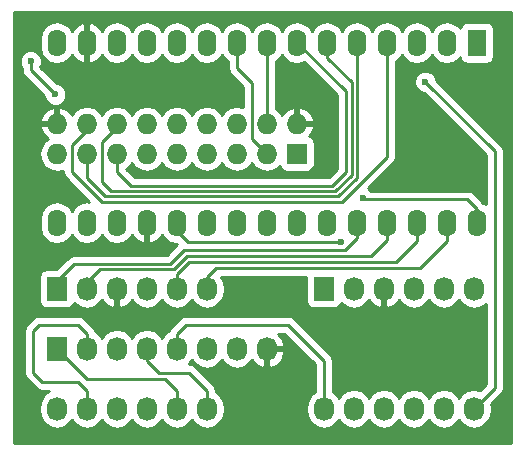
<source format=gtl>
G04 #@! TF.FileFunction,Copper,L1,Top,Signal*
%FSLAX46Y46*%
G04 Gerber Fmt 4.6, Leading zero omitted, Abs format (unit mm)*
G04 Created by KiCad (PCBNEW 4.0.2-stable) date 21.04.2016 21:16:34*
%MOMM*%
G01*
G04 APERTURE LIST*
%ADD10C,0.100000*%
%ADD11R,1.574800X2.286000*%
%ADD12O,1.574800X2.286000*%
%ADD13O,1.727200X2.032000*%
%ADD14R,1.727200X2.032000*%
%ADD15R,1.727200X1.727200*%
%ADD16O,1.727200X1.727200*%
%ADD17C,0.600000*%
%ADD18C,0.250000*%
%ADD19C,0.254000*%
G04 APERTURE END LIST*
D10*
D11*
X159004000Y-81534000D03*
D12*
X156464000Y-81534000D03*
X153924000Y-81534000D03*
X151384000Y-81534000D03*
X148844000Y-81534000D03*
X146304000Y-81534000D03*
X143764000Y-81534000D03*
X141224000Y-81534000D03*
X138684000Y-81534000D03*
X136144000Y-81534000D03*
X133604000Y-81534000D03*
X131064000Y-81534000D03*
X128524000Y-81534000D03*
X125984000Y-81534000D03*
X123444000Y-81534000D03*
X123444000Y-96774000D03*
X125984000Y-96774000D03*
X128524000Y-96774000D03*
X131064000Y-96774000D03*
X133604000Y-96774000D03*
X136144000Y-96774000D03*
X138684000Y-96774000D03*
X141224000Y-96774000D03*
X143764000Y-96774000D03*
X146304000Y-96774000D03*
X148844000Y-96774000D03*
X151384000Y-96774000D03*
X153924000Y-96774000D03*
X156464000Y-96774000D03*
X159004000Y-96774000D03*
D13*
X146050000Y-112522000D03*
X158750000Y-102362000D03*
X156210000Y-102362000D03*
X153670000Y-102362000D03*
X151130000Y-102362000D03*
X148590000Y-102362000D03*
D14*
X146050000Y-102362000D03*
D13*
X148590000Y-112522000D03*
X151130000Y-112522000D03*
X153670000Y-112522000D03*
X156210000Y-112522000D03*
X158750000Y-112522000D03*
X123444000Y-112522000D03*
X136144000Y-102362000D03*
X133604000Y-102362000D03*
X131064000Y-102362000D03*
X128524000Y-102362000D03*
X125984000Y-102362000D03*
D14*
X123444000Y-102362000D03*
D13*
X125984000Y-112522000D03*
X128524000Y-112522000D03*
X131064000Y-112522000D03*
X133604000Y-112522000D03*
X136144000Y-112522000D03*
D15*
X143764000Y-90932000D03*
D16*
X143764000Y-88392000D03*
X141224000Y-90932000D03*
X141224000Y-88392000D03*
X138684000Y-90932000D03*
X138684000Y-88392000D03*
X136144000Y-90932000D03*
X136144000Y-88392000D03*
X133604000Y-90932000D03*
X133604000Y-88392000D03*
X131064000Y-90932000D03*
X131064000Y-88392000D03*
X128524000Y-90932000D03*
X128524000Y-88392000D03*
X125984000Y-90932000D03*
X125984000Y-88392000D03*
X123444000Y-90932000D03*
X123444000Y-88392000D03*
D14*
X123444000Y-107442000D03*
D13*
X125984000Y-107442000D03*
X128524000Y-107442000D03*
X131064000Y-107442000D03*
X133604000Y-107442000D03*
X136144000Y-107442000D03*
X138684000Y-107442000D03*
X141224000Y-107442000D03*
D17*
X121221500Y-83121500D03*
X123317000Y-85915500D03*
X153162000Y-86042500D03*
X146240500Y-85979000D03*
X147510500Y-98425000D03*
X149352000Y-94678500D03*
X154622500Y-84836000D03*
D18*
X121221500Y-83820000D02*
X121221500Y-83121500D01*
X123317000Y-85915500D02*
X121221500Y-83820000D01*
X125984000Y-88392000D02*
X125984000Y-88900000D01*
X125984000Y-88900000D02*
X124714000Y-90170000D01*
X151384000Y-91186000D02*
X151384000Y-81534000D01*
X147574000Y-94996000D02*
X151384000Y-91186000D01*
X127254000Y-94996000D02*
X147574000Y-94996000D01*
X124714000Y-92456000D02*
X127254000Y-94996000D01*
X124714000Y-90170000D02*
X124714000Y-92456000D01*
X125984000Y-90932000D02*
X125984000Y-93021998D01*
X148844000Y-92964000D02*
X148844000Y-81534000D01*
X147262002Y-94545998D02*
X148844000Y-92964000D01*
X127508000Y-94545998D02*
X147262002Y-94545998D01*
X125984000Y-93021998D02*
X127508000Y-94545998D01*
X128524000Y-88392000D02*
X128524000Y-88646000D01*
X128524000Y-88646000D02*
X127254000Y-89916000D01*
X146304000Y-82804000D02*
X146304000Y-81534000D01*
X148393998Y-84893998D02*
X146304000Y-82804000D01*
X148393998Y-92710000D02*
X148393998Y-84893998D01*
X147008002Y-94095996D02*
X148393998Y-92710000D01*
X128016000Y-94095996D02*
X147008002Y-94095996D01*
X127254000Y-93333996D02*
X128016000Y-94095996D01*
X127254000Y-89916000D02*
X127254000Y-93333996D01*
X146304000Y-82550000D02*
X146304000Y-81534000D01*
X146050000Y-81788000D02*
X146304000Y-81534000D01*
X128524000Y-90932000D02*
X128524000Y-92456000D01*
X147891500Y-85661500D02*
X143764000Y-81534000D01*
X147891500Y-92519500D02*
X147891500Y-85661500D01*
X146765006Y-93645994D02*
X147891500Y-92519500D01*
X129713994Y-93645994D02*
X146765006Y-93645994D01*
X128524000Y-92456000D02*
X129713994Y-93645994D01*
X141224000Y-81534000D02*
X141224000Y-88392000D01*
X138684000Y-81534000D02*
X138684000Y-83693000D01*
X139954000Y-89662000D02*
X141224000Y-90932000D01*
X139954000Y-84963000D02*
X139954000Y-89662000D01*
X138684000Y-83693000D02*
X139954000Y-84963000D01*
X136144000Y-82359500D02*
X136144000Y-81534000D01*
X143764000Y-88392000D02*
X143764000Y-86360000D01*
X144145000Y-85979000D02*
X146240500Y-85979000D01*
X143764000Y-86360000D02*
X144145000Y-85979000D01*
X133604000Y-96774000D02*
X133604000Y-97472500D01*
X133604000Y-97472500D02*
X134556500Y-98425000D01*
X134556500Y-98425000D02*
X147510500Y-98425000D01*
X143764000Y-96774000D02*
X143764000Y-96266000D01*
X123444000Y-102362000D02*
X123444000Y-101727000D01*
X123444000Y-101727000D02*
X124910002Y-100260998D01*
X124910002Y-100260998D02*
X133038002Y-100260998D01*
X133038002Y-100260998D02*
X134239000Y-99060000D01*
X134239000Y-99060000D02*
X147828000Y-99060000D01*
X147828000Y-99060000D02*
X148844000Y-98044000D01*
X148844000Y-98044000D02*
X148844000Y-96774000D01*
X148844000Y-97790000D02*
X148844000Y-96774000D01*
X125984000Y-102362000D02*
X125984000Y-101790500D01*
X125984000Y-101790500D02*
X127063500Y-100711000D01*
X127063500Y-100711000D02*
X133348602Y-100711000D01*
X133348602Y-100711000D02*
X134491602Y-99568000D01*
X134491602Y-99568000D02*
X150050500Y-99568000D01*
X150050500Y-99568000D02*
X151384000Y-98234500D01*
X151384000Y-98234500D02*
X151384000Y-96774000D01*
X133604000Y-102362000D02*
X133604000Y-101092000D01*
X153924000Y-98298000D02*
X153924000Y-96774000D01*
X152146000Y-100076000D02*
X153924000Y-98298000D01*
X134620000Y-100076000D02*
X152146000Y-100076000D01*
X133604000Y-101092000D02*
X134620000Y-100076000D01*
X133604000Y-102362000D02*
X133604000Y-101854000D01*
X136144000Y-102362000D02*
X136144000Y-101346000D01*
X136144000Y-101346000D02*
X136906000Y-100584000D01*
X136906000Y-100584000D02*
X154178000Y-100584000D01*
X154178000Y-100584000D02*
X156464000Y-98298000D01*
X156464000Y-98298000D02*
X156464000Y-96774000D01*
X149352000Y-94678500D02*
X149479000Y-94805500D01*
X149479000Y-94805500D02*
X158178500Y-94805500D01*
X158178500Y-94805500D02*
X159004000Y-95631000D01*
X159004000Y-95631000D02*
X159004000Y-96774000D01*
X146050000Y-112522000D02*
X146050000Y-108458000D01*
X133604000Y-106172000D02*
X133604000Y-107442000D01*
X134366000Y-105410000D02*
X133604000Y-106172000D01*
X143002000Y-105410000D02*
X134366000Y-105410000D01*
X146050000Y-108458000D02*
X143002000Y-105410000D01*
X160528000Y-110744000D02*
X158750000Y-112522000D01*
X160528000Y-90741500D02*
X160528000Y-110744000D01*
X154622500Y-84836000D02*
X160528000Y-90741500D01*
X158750000Y-112522000D02*
X158750000Y-112268000D01*
X125984000Y-112522000D02*
X125984000Y-110998000D01*
X125984000Y-106172000D02*
X125984000Y-107442000D01*
X125222000Y-105410000D02*
X125984000Y-106172000D01*
X121920000Y-105410000D02*
X125222000Y-105410000D01*
X121412000Y-105918000D02*
X121920000Y-105410000D01*
X121412000Y-109474000D02*
X121412000Y-105918000D01*
X122174000Y-110236000D02*
X121412000Y-109474000D01*
X125222000Y-110236000D02*
X122174000Y-110236000D01*
X125984000Y-110998000D02*
X125222000Y-110236000D01*
X133604000Y-112522000D02*
X133604000Y-110998000D01*
X125984000Y-109982000D02*
X123444000Y-107442000D01*
X132588000Y-109982000D02*
X125984000Y-109982000D01*
X133604000Y-110998000D02*
X132588000Y-109982000D01*
X136144000Y-112522000D02*
X136144000Y-110998000D01*
X132080000Y-109474000D02*
X131064000Y-108458000D01*
X134620000Y-109474000D02*
X132080000Y-109474000D01*
X136144000Y-110998000D02*
X134620000Y-109474000D01*
X131064000Y-108458000D02*
X131064000Y-107442000D01*
D19*
G36*
X161875000Y-115393000D02*
X119811000Y-115393000D01*
X119811000Y-105918000D01*
X120652000Y-105918000D01*
X120652000Y-109474000D01*
X120709852Y-109764839D01*
X120874599Y-110011401D01*
X121636599Y-110773401D01*
X121883161Y-110938148D01*
X122174000Y-110996000D01*
X122805751Y-110996000D01*
X122384330Y-111277585D01*
X122059474Y-111763766D01*
X121945400Y-112337255D01*
X121945400Y-112706745D01*
X122059474Y-113280234D01*
X122384330Y-113766415D01*
X122870511Y-114091271D01*
X123444000Y-114205345D01*
X124017489Y-114091271D01*
X124503670Y-113766415D01*
X124714000Y-113451634D01*
X124924330Y-113766415D01*
X125410511Y-114091271D01*
X125984000Y-114205345D01*
X126557489Y-114091271D01*
X127043670Y-113766415D01*
X127254000Y-113451634D01*
X127464330Y-113766415D01*
X127950511Y-114091271D01*
X128524000Y-114205345D01*
X129097489Y-114091271D01*
X129583670Y-113766415D01*
X129794000Y-113451634D01*
X130004330Y-113766415D01*
X130490511Y-114091271D01*
X131064000Y-114205345D01*
X131637489Y-114091271D01*
X132123670Y-113766415D01*
X132334000Y-113451634D01*
X132544330Y-113766415D01*
X133030511Y-114091271D01*
X133604000Y-114205345D01*
X134177489Y-114091271D01*
X134663670Y-113766415D01*
X134874000Y-113451634D01*
X135084330Y-113766415D01*
X135570511Y-114091271D01*
X136144000Y-114205345D01*
X136717489Y-114091271D01*
X137203670Y-113766415D01*
X137528526Y-113280234D01*
X137642600Y-112706745D01*
X137642600Y-112337255D01*
X137528526Y-111763766D01*
X137203670Y-111277585D01*
X136904000Y-111077352D01*
X136904000Y-110998000D01*
X136846148Y-110707161D01*
X136846148Y-110707160D01*
X136681401Y-110460599D01*
X135157401Y-108936599D01*
X134910839Y-108771852D01*
X134621839Y-108714366D01*
X134663670Y-108686415D01*
X134874000Y-108371634D01*
X135084330Y-108686415D01*
X135570511Y-109011271D01*
X136144000Y-109125345D01*
X136717489Y-109011271D01*
X137203670Y-108686415D01*
X137414000Y-108371634D01*
X137624330Y-108686415D01*
X138110511Y-109011271D01*
X138684000Y-109125345D01*
X139257489Y-109011271D01*
X139743670Y-108686415D01*
X139950461Y-108376931D01*
X140321964Y-108792732D01*
X140849209Y-109046709D01*
X140864974Y-109049358D01*
X141097000Y-108928217D01*
X141097000Y-107569000D01*
X141351000Y-107569000D01*
X141351000Y-108928217D01*
X141583026Y-109049358D01*
X141598791Y-109046709D01*
X142126036Y-108792732D01*
X142515954Y-108356320D01*
X142709184Y-107803913D01*
X142564924Y-107569000D01*
X141351000Y-107569000D01*
X141097000Y-107569000D01*
X141077000Y-107569000D01*
X141077000Y-107315000D01*
X141097000Y-107315000D01*
X141097000Y-107295000D01*
X141351000Y-107295000D01*
X141351000Y-107315000D01*
X142564924Y-107315000D01*
X142709184Y-107080087D01*
X142515954Y-106527680D01*
X142196380Y-106170000D01*
X142687198Y-106170000D01*
X145290000Y-108772802D01*
X145290000Y-111077352D01*
X144990330Y-111277585D01*
X144665474Y-111763766D01*
X144551400Y-112337255D01*
X144551400Y-112706745D01*
X144665474Y-113280234D01*
X144990330Y-113766415D01*
X145476511Y-114091271D01*
X146050000Y-114205345D01*
X146623489Y-114091271D01*
X147109670Y-113766415D01*
X147320000Y-113451634D01*
X147530330Y-113766415D01*
X148016511Y-114091271D01*
X148590000Y-114205345D01*
X149163489Y-114091271D01*
X149649670Y-113766415D01*
X149860000Y-113451634D01*
X150070330Y-113766415D01*
X150556511Y-114091271D01*
X151130000Y-114205345D01*
X151703489Y-114091271D01*
X152189670Y-113766415D01*
X152400000Y-113451634D01*
X152610330Y-113766415D01*
X153096511Y-114091271D01*
X153670000Y-114205345D01*
X154243489Y-114091271D01*
X154729670Y-113766415D01*
X154940000Y-113451634D01*
X155150330Y-113766415D01*
X155636511Y-114091271D01*
X156210000Y-114205345D01*
X156783489Y-114091271D01*
X157269670Y-113766415D01*
X157480000Y-113451634D01*
X157690330Y-113766415D01*
X158176511Y-114091271D01*
X158750000Y-114205345D01*
X159323489Y-114091271D01*
X159809670Y-113766415D01*
X160134526Y-113280234D01*
X160248600Y-112706745D01*
X160248600Y-112337255D01*
X160208939Y-112137863D01*
X161065401Y-111281401D01*
X161230148Y-111034839D01*
X161288000Y-110744000D01*
X161288000Y-90741500D01*
X161230148Y-90450661D01*
X161230148Y-90450660D01*
X161065401Y-90204099D01*
X155557622Y-84696320D01*
X155557662Y-84650833D01*
X155415617Y-84307057D01*
X155152827Y-84043808D01*
X154809299Y-83901162D01*
X154437333Y-83900838D01*
X154093557Y-84042883D01*
X153830308Y-84305673D01*
X153687662Y-84649201D01*
X153687338Y-85021167D01*
X153829383Y-85364943D01*
X154092173Y-85628192D01*
X154435701Y-85770838D01*
X154482577Y-85770879D01*
X159768000Y-91056302D01*
X159768000Y-95216220D01*
X159548329Y-95069441D01*
X159509524Y-95061722D01*
X158715901Y-94268099D01*
X158469339Y-94103352D01*
X158178500Y-94045500D01*
X150041241Y-94045500D01*
X149882327Y-93886308D01*
X149794827Y-93849975D01*
X151921401Y-91723401D01*
X152086148Y-91476839D01*
X152144000Y-91186000D01*
X152144000Y-83094453D01*
X152389789Y-82930222D01*
X152654000Y-82534801D01*
X152918211Y-82930222D01*
X153379671Y-83238559D01*
X153924000Y-83346833D01*
X154468329Y-83238559D01*
X154929789Y-82930222D01*
X155194000Y-82534801D01*
X155458211Y-82930222D01*
X155919671Y-83238559D01*
X156464000Y-83346833D01*
X157008329Y-83238559D01*
X157469789Y-82930222D01*
X157584503Y-82758540D01*
X157613438Y-82912317D01*
X157752510Y-83128441D01*
X157964710Y-83273431D01*
X158216600Y-83324440D01*
X159791400Y-83324440D01*
X160026717Y-83280162D01*
X160242841Y-83141090D01*
X160387831Y-82928890D01*
X160438840Y-82677000D01*
X160438840Y-80391000D01*
X160394562Y-80155683D01*
X160255490Y-79939559D01*
X160043290Y-79794569D01*
X159791400Y-79743560D01*
X158216600Y-79743560D01*
X157981283Y-79787838D01*
X157765159Y-79926910D01*
X157620169Y-80139110D01*
X157585400Y-80310803D01*
X157469789Y-80137778D01*
X157008329Y-79829441D01*
X156464000Y-79721167D01*
X155919671Y-79829441D01*
X155458211Y-80137778D01*
X155194000Y-80533199D01*
X154929789Y-80137778D01*
X154468329Y-79829441D01*
X153924000Y-79721167D01*
X153379671Y-79829441D01*
X152918211Y-80137778D01*
X152654000Y-80533199D01*
X152389789Y-80137778D01*
X151928329Y-79829441D01*
X151384000Y-79721167D01*
X150839671Y-79829441D01*
X150378211Y-80137778D01*
X150114000Y-80533199D01*
X149849789Y-80137778D01*
X149388329Y-79829441D01*
X148844000Y-79721167D01*
X148299671Y-79829441D01*
X147838211Y-80137778D01*
X147574000Y-80533199D01*
X147309789Y-80137778D01*
X146848329Y-79829441D01*
X146304000Y-79721167D01*
X145759671Y-79829441D01*
X145298211Y-80137778D01*
X145034000Y-80533199D01*
X144769789Y-80137778D01*
X144308329Y-79829441D01*
X143764000Y-79721167D01*
X143219671Y-79829441D01*
X142758211Y-80137778D01*
X142494000Y-80533199D01*
X142229789Y-80137778D01*
X141768329Y-79829441D01*
X141224000Y-79721167D01*
X140679671Y-79829441D01*
X140218211Y-80137778D01*
X139954000Y-80533199D01*
X139689789Y-80137778D01*
X139228329Y-79829441D01*
X138684000Y-79721167D01*
X138139671Y-79829441D01*
X137678211Y-80137778D01*
X137414000Y-80533199D01*
X137149789Y-80137778D01*
X136688329Y-79829441D01*
X136144000Y-79721167D01*
X135599671Y-79829441D01*
X135138211Y-80137778D01*
X134874000Y-80533199D01*
X134609789Y-80137778D01*
X134148329Y-79829441D01*
X133604000Y-79721167D01*
X133059671Y-79829441D01*
X132598211Y-80137778D01*
X132334000Y-80533199D01*
X132069789Y-80137778D01*
X131608329Y-79829441D01*
X131064000Y-79721167D01*
X130519671Y-79829441D01*
X130058211Y-80137778D01*
X129794000Y-80533199D01*
X129529789Y-80137778D01*
X129068329Y-79829441D01*
X128524000Y-79721167D01*
X127979671Y-79829441D01*
X127518211Y-80137778D01*
X127254246Y-80532830D01*
X127249525Y-80516738D01*
X126899986Y-80082809D01*
X126410996Y-79815673D01*
X126331060Y-79798990D01*
X126111000Y-79921148D01*
X126111000Y-81407000D01*
X126131000Y-81407000D01*
X126131000Y-81661000D01*
X126111000Y-81661000D01*
X126111000Y-83146852D01*
X126331060Y-83269010D01*
X126410996Y-83252327D01*
X126899986Y-82985191D01*
X127249525Y-82551262D01*
X127254246Y-82535170D01*
X127518211Y-82930222D01*
X127979671Y-83238559D01*
X128524000Y-83346833D01*
X129068329Y-83238559D01*
X129529789Y-82930222D01*
X129794000Y-82534801D01*
X130058211Y-82930222D01*
X130519671Y-83238559D01*
X131064000Y-83346833D01*
X131608329Y-83238559D01*
X132069789Y-82930222D01*
X132334000Y-82534801D01*
X132598211Y-82930222D01*
X133059671Y-83238559D01*
X133604000Y-83346833D01*
X134148329Y-83238559D01*
X134609789Y-82930222D01*
X134874000Y-82534801D01*
X135138211Y-82930222D01*
X135599671Y-83238559D01*
X136144000Y-83346833D01*
X136688329Y-83238559D01*
X137149789Y-82930222D01*
X137414000Y-82534801D01*
X137678211Y-82930222D01*
X137924000Y-83094453D01*
X137924000Y-83693000D01*
X137981852Y-83983839D01*
X138146599Y-84230401D01*
X139194000Y-85277802D01*
X139194000Y-86965486D01*
X138684000Y-86864041D01*
X138110511Y-86978115D01*
X137624330Y-87302971D01*
X137414000Y-87617752D01*
X137203670Y-87302971D01*
X136717489Y-86978115D01*
X136144000Y-86864041D01*
X135570511Y-86978115D01*
X135084330Y-87302971D01*
X134874000Y-87617752D01*
X134663670Y-87302971D01*
X134177489Y-86978115D01*
X133604000Y-86864041D01*
X133030511Y-86978115D01*
X132544330Y-87302971D01*
X132334000Y-87617752D01*
X132123670Y-87302971D01*
X131637489Y-86978115D01*
X131064000Y-86864041D01*
X130490511Y-86978115D01*
X130004330Y-87302971D01*
X129794000Y-87617752D01*
X129583670Y-87302971D01*
X129097489Y-86978115D01*
X128524000Y-86864041D01*
X127950511Y-86978115D01*
X127464330Y-87302971D01*
X127254000Y-87617752D01*
X127043670Y-87302971D01*
X126557489Y-86978115D01*
X125984000Y-86864041D01*
X125410511Y-86978115D01*
X124924330Y-87302971D01*
X124708336Y-87626228D01*
X124650821Y-87503510D01*
X124218947Y-87109312D01*
X123803026Y-86937042D01*
X123571000Y-87058183D01*
X123571000Y-88265000D01*
X123591000Y-88265000D01*
X123591000Y-88519000D01*
X123571000Y-88519000D01*
X123571000Y-88539000D01*
X123317000Y-88539000D01*
X123317000Y-88519000D01*
X122109531Y-88519000D01*
X121989032Y-88751027D01*
X122237179Y-89280490D01*
X122655161Y-89662008D01*
X122384330Y-89842971D01*
X122059474Y-90329152D01*
X121945400Y-90902641D01*
X121945400Y-90961359D01*
X122059474Y-91534848D01*
X122384330Y-92021029D01*
X122870511Y-92345885D01*
X123444000Y-92459959D01*
X123954000Y-92358514D01*
X123954000Y-92456000D01*
X124011852Y-92746839D01*
X124176599Y-92993401D01*
X126184184Y-95000986D01*
X125984000Y-94961167D01*
X125439671Y-95069441D01*
X124978211Y-95377778D01*
X124714000Y-95773199D01*
X124449789Y-95377778D01*
X123988329Y-95069441D01*
X123444000Y-94961167D01*
X122899671Y-95069441D01*
X122438211Y-95377778D01*
X122129874Y-95839238D01*
X122021600Y-96383567D01*
X122021600Y-97164433D01*
X122129874Y-97708762D01*
X122438211Y-98170222D01*
X122899671Y-98478559D01*
X123444000Y-98586833D01*
X123988329Y-98478559D01*
X124449789Y-98170222D01*
X124714000Y-97774801D01*
X124978211Y-98170222D01*
X125439671Y-98478559D01*
X125984000Y-98586833D01*
X126528329Y-98478559D01*
X126989789Y-98170222D01*
X127254000Y-97774801D01*
X127518211Y-98170222D01*
X127979671Y-98478559D01*
X128524000Y-98586833D01*
X129068329Y-98478559D01*
X129529789Y-98170222D01*
X129793754Y-97775170D01*
X129798475Y-97791262D01*
X130148014Y-98225191D01*
X130637004Y-98492327D01*
X130716940Y-98509010D01*
X130937000Y-98386852D01*
X130937000Y-96901000D01*
X130917000Y-96901000D01*
X130917000Y-96647000D01*
X130937000Y-96647000D01*
X130937000Y-96627000D01*
X131191000Y-96627000D01*
X131191000Y-96647000D01*
X131211000Y-96647000D01*
X131211000Y-96901000D01*
X131191000Y-96901000D01*
X131191000Y-98386852D01*
X131411060Y-98509010D01*
X131490996Y-98492327D01*
X131979986Y-98225191D01*
X132329525Y-97791262D01*
X132334246Y-97775170D01*
X132598211Y-98170222D01*
X133059671Y-98478559D01*
X133604000Y-98586833D01*
X133636972Y-98580274D01*
X133640448Y-98583750D01*
X132723200Y-99500998D01*
X124910002Y-99500998D01*
X124619163Y-99558850D01*
X124372601Y-99723597D01*
X123397638Y-100698560D01*
X122580400Y-100698560D01*
X122345083Y-100742838D01*
X122128959Y-100881910D01*
X121983969Y-101094110D01*
X121932960Y-101346000D01*
X121932960Y-103378000D01*
X121977238Y-103613317D01*
X122116310Y-103829441D01*
X122328510Y-103974431D01*
X122580400Y-104025440D01*
X124307600Y-104025440D01*
X124542917Y-103981162D01*
X124759041Y-103842090D01*
X124904031Y-103629890D01*
X124912400Y-103588561D01*
X124924330Y-103606415D01*
X125410511Y-103931271D01*
X125984000Y-104045345D01*
X126557489Y-103931271D01*
X127043670Y-103606415D01*
X127250461Y-103296931D01*
X127621964Y-103712732D01*
X128149209Y-103966709D01*
X128164974Y-103969358D01*
X128397000Y-103848217D01*
X128397000Y-102489000D01*
X128377000Y-102489000D01*
X128377000Y-102235000D01*
X128397000Y-102235000D01*
X128397000Y-102215000D01*
X128651000Y-102215000D01*
X128651000Y-102235000D01*
X128671000Y-102235000D01*
X128671000Y-102489000D01*
X128651000Y-102489000D01*
X128651000Y-103848217D01*
X128883026Y-103969358D01*
X128898791Y-103966709D01*
X129426036Y-103712732D01*
X129797539Y-103296931D01*
X130004330Y-103606415D01*
X130490511Y-103931271D01*
X131064000Y-104045345D01*
X131637489Y-103931271D01*
X132123670Y-103606415D01*
X132334000Y-103291634D01*
X132544330Y-103606415D01*
X133030511Y-103931271D01*
X133604000Y-104045345D01*
X134177489Y-103931271D01*
X134663670Y-103606415D01*
X134874000Y-103291634D01*
X135084330Y-103606415D01*
X135570511Y-103931271D01*
X136144000Y-104045345D01*
X136717489Y-103931271D01*
X137203670Y-103606415D01*
X137528526Y-103120234D01*
X137642600Y-102546745D01*
X137642600Y-102177255D01*
X137528526Y-101603766D01*
X137354956Y-101344000D01*
X144539365Y-101344000D01*
X144538960Y-101346000D01*
X144538960Y-103378000D01*
X144583238Y-103613317D01*
X144722310Y-103829441D01*
X144934510Y-103974431D01*
X145186400Y-104025440D01*
X146913600Y-104025440D01*
X147148917Y-103981162D01*
X147365041Y-103842090D01*
X147510031Y-103629890D01*
X147518400Y-103588561D01*
X147530330Y-103606415D01*
X148016511Y-103931271D01*
X148590000Y-104045345D01*
X149163489Y-103931271D01*
X149649670Y-103606415D01*
X149856461Y-103296931D01*
X150227964Y-103712732D01*
X150755209Y-103966709D01*
X150770974Y-103969358D01*
X151003000Y-103848217D01*
X151003000Y-102489000D01*
X150983000Y-102489000D01*
X150983000Y-102235000D01*
X151003000Y-102235000D01*
X151003000Y-102215000D01*
X151257000Y-102215000D01*
X151257000Y-102235000D01*
X151277000Y-102235000D01*
X151277000Y-102489000D01*
X151257000Y-102489000D01*
X151257000Y-103848217D01*
X151489026Y-103969358D01*
X151504791Y-103966709D01*
X152032036Y-103712732D01*
X152403539Y-103296931D01*
X152610330Y-103606415D01*
X153096511Y-103931271D01*
X153670000Y-104045345D01*
X154243489Y-103931271D01*
X154729670Y-103606415D01*
X154940000Y-103291634D01*
X155150330Y-103606415D01*
X155636511Y-103931271D01*
X156210000Y-104045345D01*
X156783489Y-103931271D01*
X157269670Y-103606415D01*
X157480000Y-103291634D01*
X157690330Y-103606415D01*
X158176511Y-103931271D01*
X158750000Y-104045345D01*
X159323489Y-103931271D01*
X159768000Y-103634258D01*
X159768000Y-110429198D01*
X159257579Y-110939619D01*
X158750000Y-110838655D01*
X158176511Y-110952729D01*
X157690330Y-111277585D01*
X157480000Y-111592366D01*
X157269670Y-111277585D01*
X156783489Y-110952729D01*
X156210000Y-110838655D01*
X155636511Y-110952729D01*
X155150330Y-111277585D01*
X154940000Y-111592366D01*
X154729670Y-111277585D01*
X154243489Y-110952729D01*
X153670000Y-110838655D01*
X153096511Y-110952729D01*
X152610330Y-111277585D01*
X152400000Y-111592366D01*
X152189670Y-111277585D01*
X151703489Y-110952729D01*
X151130000Y-110838655D01*
X150556511Y-110952729D01*
X150070330Y-111277585D01*
X149860000Y-111592366D01*
X149649670Y-111277585D01*
X149163489Y-110952729D01*
X148590000Y-110838655D01*
X148016511Y-110952729D01*
X147530330Y-111277585D01*
X147320000Y-111592366D01*
X147109670Y-111277585D01*
X146810000Y-111077352D01*
X146810000Y-108458000D01*
X146752148Y-108167161D01*
X146587401Y-107920599D01*
X143539401Y-104872599D01*
X143292839Y-104707852D01*
X143002000Y-104650000D01*
X134366000Y-104650000D01*
X134075161Y-104707852D01*
X133828599Y-104872599D01*
X133066599Y-105634599D01*
X132901852Y-105881161D01*
X132884065Y-105970581D01*
X132544330Y-106197585D01*
X132334000Y-106512366D01*
X132123670Y-106197585D01*
X131637489Y-105872729D01*
X131064000Y-105758655D01*
X130490511Y-105872729D01*
X130004330Y-106197585D01*
X129794000Y-106512366D01*
X129583670Y-106197585D01*
X129097489Y-105872729D01*
X128524000Y-105758655D01*
X127950511Y-105872729D01*
X127464330Y-106197585D01*
X127254000Y-106512366D01*
X127043670Y-106197585D01*
X126703935Y-105970581D01*
X126686148Y-105881161D01*
X126521401Y-105634599D01*
X125759401Y-104872599D01*
X125512839Y-104707852D01*
X125222000Y-104650000D01*
X121920000Y-104650000D01*
X121629161Y-104707852D01*
X121629159Y-104707853D01*
X121629160Y-104707853D01*
X121382599Y-104872599D01*
X120874599Y-105380599D01*
X120709852Y-105627161D01*
X120652000Y-105918000D01*
X119811000Y-105918000D01*
X119811000Y-88032973D01*
X121989032Y-88032973D01*
X122109531Y-88265000D01*
X123317000Y-88265000D01*
X123317000Y-87058183D01*
X123084974Y-86937042D01*
X122669053Y-87109312D01*
X122237179Y-87503510D01*
X121989032Y-88032973D01*
X119811000Y-88032973D01*
X119811000Y-83306667D01*
X120286338Y-83306667D01*
X120428383Y-83650443D01*
X120461500Y-83683618D01*
X120461500Y-83820000D01*
X120519352Y-84110839D01*
X120684099Y-84357401D01*
X122381878Y-86055180D01*
X122381838Y-86100667D01*
X122523883Y-86444443D01*
X122786673Y-86707692D01*
X123130201Y-86850338D01*
X123502167Y-86850662D01*
X123845943Y-86708617D01*
X124109192Y-86445827D01*
X124251838Y-86102299D01*
X124252162Y-85730333D01*
X124110117Y-85386557D01*
X123847327Y-85123308D01*
X123503799Y-84980662D01*
X123456923Y-84980621D01*
X122047268Y-83570966D01*
X122156338Y-83308299D01*
X122156662Y-82936333D01*
X122014617Y-82592557D01*
X121751827Y-82329308D01*
X121408299Y-82186662D01*
X121036333Y-82186338D01*
X120692557Y-82328383D01*
X120429308Y-82591173D01*
X120286662Y-82934701D01*
X120286338Y-83306667D01*
X119811000Y-83306667D01*
X119811000Y-81143567D01*
X122021600Y-81143567D01*
X122021600Y-81924433D01*
X122129874Y-82468762D01*
X122438211Y-82930222D01*
X122899671Y-83238559D01*
X123444000Y-83346833D01*
X123988329Y-83238559D01*
X124449789Y-82930222D01*
X124713754Y-82535170D01*
X124718475Y-82551262D01*
X125068014Y-82985191D01*
X125557004Y-83252327D01*
X125636940Y-83269010D01*
X125857000Y-83146852D01*
X125857000Y-81661000D01*
X125837000Y-81661000D01*
X125837000Y-81407000D01*
X125857000Y-81407000D01*
X125857000Y-79921148D01*
X125636940Y-79798990D01*
X125557004Y-79815673D01*
X125068014Y-80082809D01*
X124718475Y-80516738D01*
X124713754Y-80532830D01*
X124449789Y-80137778D01*
X123988329Y-79829441D01*
X123444000Y-79721167D01*
X122899671Y-79829441D01*
X122438211Y-80137778D01*
X122129874Y-80599238D01*
X122021600Y-81143567D01*
X119811000Y-81143567D01*
X119811000Y-78917000D01*
X161875000Y-78917000D01*
X161875000Y-115393000D01*
X161875000Y-115393000D01*
G37*
X161875000Y-115393000D02*
X119811000Y-115393000D01*
X119811000Y-105918000D01*
X120652000Y-105918000D01*
X120652000Y-109474000D01*
X120709852Y-109764839D01*
X120874599Y-110011401D01*
X121636599Y-110773401D01*
X121883161Y-110938148D01*
X122174000Y-110996000D01*
X122805751Y-110996000D01*
X122384330Y-111277585D01*
X122059474Y-111763766D01*
X121945400Y-112337255D01*
X121945400Y-112706745D01*
X122059474Y-113280234D01*
X122384330Y-113766415D01*
X122870511Y-114091271D01*
X123444000Y-114205345D01*
X124017489Y-114091271D01*
X124503670Y-113766415D01*
X124714000Y-113451634D01*
X124924330Y-113766415D01*
X125410511Y-114091271D01*
X125984000Y-114205345D01*
X126557489Y-114091271D01*
X127043670Y-113766415D01*
X127254000Y-113451634D01*
X127464330Y-113766415D01*
X127950511Y-114091271D01*
X128524000Y-114205345D01*
X129097489Y-114091271D01*
X129583670Y-113766415D01*
X129794000Y-113451634D01*
X130004330Y-113766415D01*
X130490511Y-114091271D01*
X131064000Y-114205345D01*
X131637489Y-114091271D01*
X132123670Y-113766415D01*
X132334000Y-113451634D01*
X132544330Y-113766415D01*
X133030511Y-114091271D01*
X133604000Y-114205345D01*
X134177489Y-114091271D01*
X134663670Y-113766415D01*
X134874000Y-113451634D01*
X135084330Y-113766415D01*
X135570511Y-114091271D01*
X136144000Y-114205345D01*
X136717489Y-114091271D01*
X137203670Y-113766415D01*
X137528526Y-113280234D01*
X137642600Y-112706745D01*
X137642600Y-112337255D01*
X137528526Y-111763766D01*
X137203670Y-111277585D01*
X136904000Y-111077352D01*
X136904000Y-110998000D01*
X136846148Y-110707161D01*
X136846148Y-110707160D01*
X136681401Y-110460599D01*
X135157401Y-108936599D01*
X134910839Y-108771852D01*
X134621839Y-108714366D01*
X134663670Y-108686415D01*
X134874000Y-108371634D01*
X135084330Y-108686415D01*
X135570511Y-109011271D01*
X136144000Y-109125345D01*
X136717489Y-109011271D01*
X137203670Y-108686415D01*
X137414000Y-108371634D01*
X137624330Y-108686415D01*
X138110511Y-109011271D01*
X138684000Y-109125345D01*
X139257489Y-109011271D01*
X139743670Y-108686415D01*
X139950461Y-108376931D01*
X140321964Y-108792732D01*
X140849209Y-109046709D01*
X140864974Y-109049358D01*
X141097000Y-108928217D01*
X141097000Y-107569000D01*
X141351000Y-107569000D01*
X141351000Y-108928217D01*
X141583026Y-109049358D01*
X141598791Y-109046709D01*
X142126036Y-108792732D01*
X142515954Y-108356320D01*
X142709184Y-107803913D01*
X142564924Y-107569000D01*
X141351000Y-107569000D01*
X141097000Y-107569000D01*
X141077000Y-107569000D01*
X141077000Y-107315000D01*
X141097000Y-107315000D01*
X141097000Y-107295000D01*
X141351000Y-107295000D01*
X141351000Y-107315000D01*
X142564924Y-107315000D01*
X142709184Y-107080087D01*
X142515954Y-106527680D01*
X142196380Y-106170000D01*
X142687198Y-106170000D01*
X145290000Y-108772802D01*
X145290000Y-111077352D01*
X144990330Y-111277585D01*
X144665474Y-111763766D01*
X144551400Y-112337255D01*
X144551400Y-112706745D01*
X144665474Y-113280234D01*
X144990330Y-113766415D01*
X145476511Y-114091271D01*
X146050000Y-114205345D01*
X146623489Y-114091271D01*
X147109670Y-113766415D01*
X147320000Y-113451634D01*
X147530330Y-113766415D01*
X148016511Y-114091271D01*
X148590000Y-114205345D01*
X149163489Y-114091271D01*
X149649670Y-113766415D01*
X149860000Y-113451634D01*
X150070330Y-113766415D01*
X150556511Y-114091271D01*
X151130000Y-114205345D01*
X151703489Y-114091271D01*
X152189670Y-113766415D01*
X152400000Y-113451634D01*
X152610330Y-113766415D01*
X153096511Y-114091271D01*
X153670000Y-114205345D01*
X154243489Y-114091271D01*
X154729670Y-113766415D01*
X154940000Y-113451634D01*
X155150330Y-113766415D01*
X155636511Y-114091271D01*
X156210000Y-114205345D01*
X156783489Y-114091271D01*
X157269670Y-113766415D01*
X157480000Y-113451634D01*
X157690330Y-113766415D01*
X158176511Y-114091271D01*
X158750000Y-114205345D01*
X159323489Y-114091271D01*
X159809670Y-113766415D01*
X160134526Y-113280234D01*
X160248600Y-112706745D01*
X160248600Y-112337255D01*
X160208939Y-112137863D01*
X161065401Y-111281401D01*
X161230148Y-111034839D01*
X161288000Y-110744000D01*
X161288000Y-90741500D01*
X161230148Y-90450661D01*
X161230148Y-90450660D01*
X161065401Y-90204099D01*
X155557622Y-84696320D01*
X155557662Y-84650833D01*
X155415617Y-84307057D01*
X155152827Y-84043808D01*
X154809299Y-83901162D01*
X154437333Y-83900838D01*
X154093557Y-84042883D01*
X153830308Y-84305673D01*
X153687662Y-84649201D01*
X153687338Y-85021167D01*
X153829383Y-85364943D01*
X154092173Y-85628192D01*
X154435701Y-85770838D01*
X154482577Y-85770879D01*
X159768000Y-91056302D01*
X159768000Y-95216220D01*
X159548329Y-95069441D01*
X159509524Y-95061722D01*
X158715901Y-94268099D01*
X158469339Y-94103352D01*
X158178500Y-94045500D01*
X150041241Y-94045500D01*
X149882327Y-93886308D01*
X149794827Y-93849975D01*
X151921401Y-91723401D01*
X152086148Y-91476839D01*
X152144000Y-91186000D01*
X152144000Y-83094453D01*
X152389789Y-82930222D01*
X152654000Y-82534801D01*
X152918211Y-82930222D01*
X153379671Y-83238559D01*
X153924000Y-83346833D01*
X154468329Y-83238559D01*
X154929789Y-82930222D01*
X155194000Y-82534801D01*
X155458211Y-82930222D01*
X155919671Y-83238559D01*
X156464000Y-83346833D01*
X157008329Y-83238559D01*
X157469789Y-82930222D01*
X157584503Y-82758540D01*
X157613438Y-82912317D01*
X157752510Y-83128441D01*
X157964710Y-83273431D01*
X158216600Y-83324440D01*
X159791400Y-83324440D01*
X160026717Y-83280162D01*
X160242841Y-83141090D01*
X160387831Y-82928890D01*
X160438840Y-82677000D01*
X160438840Y-80391000D01*
X160394562Y-80155683D01*
X160255490Y-79939559D01*
X160043290Y-79794569D01*
X159791400Y-79743560D01*
X158216600Y-79743560D01*
X157981283Y-79787838D01*
X157765159Y-79926910D01*
X157620169Y-80139110D01*
X157585400Y-80310803D01*
X157469789Y-80137778D01*
X157008329Y-79829441D01*
X156464000Y-79721167D01*
X155919671Y-79829441D01*
X155458211Y-80137778D01*
X155194000Y-80533199D01*
X154929789Y-80137778D01*
X154468329Y-79829441D01*
X153924000Y-79721167D01*
X153379671Y-79829441D01*
X152918211Y-80137778D01*
X152654000Y-80533199D01*
X152389789Y-80137778D01*
X151928329Y-79829441D01*
X151384000Y-79721167D01*
X150839671Y-79829441D01*
X150378211Y-80137778D01*
X150114000Y-80533199D01*
X149849789Y-80137778D01*
X149388329Y-79829441D01*
X148844000Y-79721167D01*
X148299671Y-79829441D01*
X147838211Y-80137778D01*
X147574000Y-80533199D01*
X147309789Y-80137778D01*
X146848329Y-79829441D01*
X146304000Y-79721167D01*
X145759671Y-79829441D01*
X145298211Y-80137778D01*
X145034000Y-80533199D01*
X144769789Y-80137778D01*
X144308329Y-79829441D01*
X143764000Y-79721167D01*
X143219671Y-79829441D01*
X142758211Y-80137778D01*
X142494000Y-80533199D01*
X142229789Y-80137778D01*
X141768329Y-79829441D01*
X141224000Y-79721167D01*
X140679671Y-79829441D01*
X140218211Y-80137778D01*
X139954000Y-80533199D01*
X139689789Y-80137778D01*
X139228329Y-79829441D01*
X138684000Y-79721167D01*
X138139671Y-79829441D01*
X137678211Y-80137778D01*
X137414000Y-80533199D01*
X137149789Y-80137778D01*
X136688329Y-79829441D01*
X136144000Y-79721167D01*
X135599671Y-79829441D01*
X135138211Y-80137778D01*
X134874000Y-80533199D01*
X134609789Y-80137778D01*
X134148329Y-79829441D01*
X133604000Y-79721167D01*
X133059671Y-79829441D01*
X132598211Y-80137778D01*
X132334000Y-80533199D01*
X132069789Y-80137778D01*
X131608329Y-79829441D01*
X131064000Y-79721167D01*
X130519671Y-79829441D01*
X130058211Y-80137778D01*
X129794000Y-80533199D01*
X129529789Y-80137778D01*
X129068329Y-79829441D01*
X128524000Y-79721167D01*
X127979671Y-79829441D01*
X127518211Y-80137778D01*
X127254246Y-80532830D01*
X127249525Y-80516738D01*
X126899986Y-80082809D01*
X126410996Y-79815673D01*
X126331060Y-79798990D01*
X126111000Y-79921148D01*
X126111000Y-81407000D01*
X126131000Y-81407000D01*
X126131000Y-81661000D01*
X126111000Y-81661000D01*
X126111000Y-83146852D01*
X126331060Y-83269010D01*
X126410996Y-83252327D01*
X126899986Y-82985191D01*
X127249525Y-82551262D01*
X127254246Y-82535170D01*
X127518211Y-82930222D01*
X127979671Y-83238559D01*
X128524000Y-83346833D01*
X129068329Y-83238559D01*
X129529789Y-82930222D01*
X129794000Y-82534801D01*
X130058211Y-82930222D01*
X130519671Y-83238559D01*
X131064000Y-83346833D01*
X131608329Y-83238559D01*
X132069789Y-82930222D01*
X132334000Y-82534801D01*
X132598211Y-82930222D01*
X133059671Y-83238559D01*
X133604000Y-83346833D01*
X134148329Y-83238559D01*
X134609789Y-82930222D01*
X134874000Y-82534801D01*
X135138211Y-82930222D01*
X135599671Y-83238559D01*
X136144000Y-83346833D01*
X136688329Y-83238559D01*
X137149789Y-82930222D01*
X137414000Y-82534801D01*
X137678211Y-82930222D01*
X137924000Y-83094453D01*
X137924000Y-83693000D01*
X137981852Y-83983839D01*
X138146599Y-84230401D01*
X139194000Y-85277802D01*
X139194000Y-86965486D01*
X138684000Y-86864041D01*
X138110511Y-86978115D01*
X137624330Y-87302971D01*
X137414000Y-87617752D01*
X137203670Y-87302971D01*
X136717489Y-86978115D01*
X136144000Y-86864041D01*
X135570511Y-86978115D01*
X135084330Y-87302971D01*
X134874000Y-87617752D01*
X134663670Y-87302971D01*
X134177489Y-86978115D01*
X133604000Y-86864041D01*
X133030511Y-86978115D01*
X132544330Y-87302971D01*
X132334000Y-87617752D01*
X132123670Y-87302971D01*
X131637489Y-86978115D01*
X131064000Y-86864041D01*
X130490511Y-86978115D01*
X130004330Y-87302971D01*
X129794000Y-87617752D01*
X129583670Y-87302971D01*
X129097489Y-86978115D01*
X128524000Y-86864041D01*
X127950511Y-86978115D01*
X127464330Y-87302971D01*
X127254000Y-87617752D01*
X127043670Y-87302971D01*
X126557489Y-86978115D01*
X125984000Y-86864041D01*
X125410511Y-86978115D01*
X124924330Y-87302971D01*
X124708336Y-87626228D01*
X124650821Y-87503510D01*
X124218947Y-87109312D01*
X123803026Y-86937042D01*
X123571000Y-87058183D01*
X123571000Y-88265000D01*
X123591000Y-88265000D01*
X123591000Y-88519000D01*
X123571000Y-88519000D01*
X123571000Y-88539000D01*
X123317000Y-88539000D01*
X123317000Y-88519000D01*
X122109531Y-88519000D01*
X121989032Y-88751027D01*
X122237179Y-89280490D01*
X122655161Y-89662008D01*
X122384330Y-89842971D01*
X122059474Y-90329152D01*
X121945400Y-90902641D01*
X121945400Y-90961359D01*
X122059474Y-91534848D01*
X122384330Y-92021029D01*
X122870511Y-92345885D01*
X123444000Y-92459959D01*
X123954000Y-92358514D01*
X123954000Y-92456000D01*
X124011852Y-92746839D01*
X124176599Y-92993401D01*
X126184184Y-95000986D01*
X125984000Y-94961167D01*
X125439671Y-95069441D01*
X124978211Y-95377778D01*
X124714000Y-95773199D01*
X124449789Y-95377778D01*
X123988329Y-95069441D01*
X123444000Y-94961167D01*
X122899671Y-95069441D01*
X122438211Y-95377778D01*
X122129874Y-95839238D01*
X122021600Y-96383567D01*
X122021600Y-97164433D01*
X122129874Y-97708762D01*
X122438211Y-98170222D01*
X122899671Y-98478559D01*
X123444000Y-98586833D01*
X123988329Y-98478559D01*
X124449789Y-98170222D01*
X124714000Y-97774801D01*
X124978211Y-98170222D01*
X125439671Y-98478559D01*
X125984000Y-98586833D01*
X126528329Y-98478559D01*
X126989789Y-98170222D01*
X127254000Y-97774801D01*
X127518211Y-98170222D01*
X127979671Y-98478559D01*
X128524000Y-98586833D01*
X129068329Y-98478559D01*
X129529789Y-98170222D01*
X129793754Y-97775170D01*
X129798475Y-97791262D01*
X130148014Y-98225191D01*
X130637004Y-98492327D01*
X130716940Y-98509010D01*
X130937000Y-98386852D01*
X130937000Y-96901000D01*
X130917000Y-96901000D01*
X130917000Y-96647000D01*
X130937000Y-96647000D01*
X130937000Y-96627000D01*
X131191000Y-96627000D01*
X131191000Y-96647000D01*
X131211000Y-96647000D01*
X131211000Y-96901000D01*
X131191000Y-96901000D01*
X131191000Y-98386852D01*
X131411060Y-98509010D01*
X131490996Y-98492327D01*
X131979986Y-98225191D01*
X132329525Y-97791262D01*
X132334246Y-97775170D01*
X132598211Y-98170222D01*
X133059671Y-98478559D01*
X133604000Y-98586833D01*
X133636972Y-98580274D01*
X133640448Y-98583750D01*
X132723200Y-99500998D01*
X124910002Y-99500998D01*
X124619163Y-99558850D01*
X124372601Y-99723597D01*
X123397638Y-100698560D01*
X122580400Y-100698560D01*
X122345083Y-100742838D01*
X122128959Y-100881910D01*
X121983969Y-101094110D01*
X121932960Y-101346000D01*
X121932960Y-103378000D01*
X121977238Y-103613317D01*
X122116310Y-103829441D01*
X122328510Y-103974431D01*
X122580400Y-104025440D01*
X124307600Y-104025440D01*
X124542917Y-103981162D01*
X124759041Y-103842090D01*
X124904031Y-103629890D01*
X124912400Y-103588561D01*
X124924330Y-103606415D01*
X125410511Y-103931271D01*
X125984000Y-104045345D01*
X126557489Y-103931271D01*
X127043670Y-103606415D01*
X127250461Y-103296931D01*
X127621964Y-103712732D01*
X128149209Y-103966709D01*
X128164974Y-103969358D01*
X128397000Y-103848217D01*
X128397000Y-102489000D01*
X128377000Y-102489000D01*
X128377000Y-102235000D01*
X128397000Y-102235000D01*
X128397000Y-102215000D01*
X128651000Y-102215000D01*
X128651000Y-102235000D01*
X128671000Y-102235000D01*
X128671000Y-102489000D01*
X128651000Y-102489000D01*
X128651000Y-103848217D01*
X128883026Y-103969358D01*
X128898791Y-103966709D01*
X129426036Y-103712732D01*
X129797539Y-103296931D01*
X130004330Y-103606415D01*
X130490511Y-103931271D01*
X131064000Y-104045345D01*
X131637489Y-103931271D01*
X132123670Y-103606415D01*
X132334000Y-103291634D01*
X132544330Y-103606415D01*
X133030511Y-103931271D01*
X133604000Y-104045345D01*
X134177489Y-103931271D01*
X134663670Y-103606415D01*
X134874000Y-103291634D01*
X135084330Y-103606415D01*
X135570511Y-103931271D01*
X136144000Y-104045345D01*
X136717489Y-103931271D01*
X137203670Y-103606415D01*
X137528526Y-103120234D01*
X137642600Y-102546745D01*
X137642600Y-102177255D01*
X137528526Y-101603766D01*
X137354956Y-101344000D01*
X144539365Y-101344000D01*
X144538960Y-101346000D01*
X144538960Y-103378000D01*
X144583238Y-103613317D01*
X144722310Y-103829441D01*
X144934510Y-103974431D01*
X145186400Y-104025440D01*
X146913600Y-104025440D01*
X147148917Y-103981162D01*
X147365041Y-103842090D01*
X147510031Y-103629890D01*
X147518400Y-103588561D01*
X147530330Y-103606415D01*
X148016511Y-103931271D01*
X148590000Y-104045345D01*
X149163489Y-103931271D01*
X149649670Y-103606415D01*
X149856461Y-103296931D01*
X150227964Y-103712732D01*
X150755209Y-103966709D01*
X150770974Y-103969358D01*
X151003000Y-103848217D01*
X151003000Y-102489000D01*
X150983000Y-102489000D01*
X150983000Y-102235000D01*
X151003000Y-102235000D01*
X151003000Y-102215000D01*
X151257000Y-102215000D01*
X151257000Y-102235000D01*
X151277000Y-102235000D01*
X151277000Y-102489000D01*
X151257000Y-102489000D01*
X151257000Y-103848217D01*
X151489026Y-103969358D01*
X151504791Y-103966709D01*
X152032036Y-103712732D01*
X152403539Y-103296931D01*
X152610330Y-103606415D01*
X153096511Y-103931271D01*
X153670000Y-104045345D01*
X154243489Y-103931271D01*
X154729670Y-103606415D01*
X154940000Y-103291634D01*
X155150330Y-103606415D01*
X155636511Y-103931271D01*
X156210000Y-104045345D01*
X156783489Y-103931271D01*
X157269670Y-103606415D01*
X157480000Y-103291634D01*
X157690330Y-103606415D01*
X158176511Y-103931271D01*
X158750000Y-104045345D01*
X159323489Y-103931271D01*
X159768000Y-103634258D01*
X159768000Y-110429198D01*
X159257579Y-110939619D01*
X158750000Y-110838655D01*
X158176511Y-110952729D01*
X157690330Y-111277585D01*
X157480000Y-111592366D01*
X157269670Y-111277585D01*
X156783489Y-110952729D01*
X156210000Y-110838655D01*
X155636511Y-110952729D01*
X155150330Y-111277585D01*
X154940000Y-111592366D01*
X154729670Y-111277585D01*
X154243489Y-110952729D01*
X153670000Y-110838655D01*
X153096511Y-110952729D01*
X152610330Y-111277585D01*
X152400000Y-111592366D01*
X152189670Y-111277585D01*
X151703489Y-110952729D01*
X151130000Y-110838655D01*
X150556511Y-110952729D01*
X150070330Y-111277585D01*
X149860000Y-111592366D01*
X149649670Y-111277585D01*
X149163489Y-110952729D01*
X148590000Y-110838655D01*
X148016511Y-110952729D01*
X147530330Y-111277585D01*
X147320000Y-111592366D01*
X147109670Y-111277585D01*
X146810000Y-111077352D01*
X146810000Y-108458000D01*
X146752148Y-108167161D01*
X146587401Y-107920599D01*
X143539401Y-104872599D01*
X143292839Y-104707852D01*
X143002000Y-104650000D01*
X134366000Y-104650000D01*
X134075161Y-104707852D01*
X133828599Y-104872599D01*
X133066599Y-105634599D01*
X132901852Y-105881161D01*
X132884065Y-105970581D01*
X132544330Y-106197585D01*
X132334000Y-106512366D01*
X132123670Y-106197585D01*
X131637489Y-105872729D01*
X131064000Y-105758655D01*
X130490511Y-105872729D01*
X130004330Y-106197585D01*
X129794000Y-106512366D01*
X129583670Y-106197585D01*
X129097489Y-105872729D01*
X128524000Y-105758655D01*
X127950511Y-105872729D01*
X127464330Y-106197585D01*
X127254000Y-106512366D01*
X127043670Y-106197585D01*
X126703935Y-105970581D01*
X126686148Y-105881161D01*
X126521401Y-105634599D01*
X125759401Y-104872599D01*
X125512839Y-104707852D01*
X125222000Y-104650000D01*
X121920000Y-104650000D01*
X121629161Y-104707852D01*
X121629159Y-104707853D01*
X121629160Y-104707853D01*
X121382599Y-104872599D01*
X120874599Y-105380599D01*
X120709852Y-105627161D01*
X120652000Y-105918000D01*
X119811000Y-105918000D01*
X119811000Y-88032973D01*
X121989032Y-88032973D01*
X122109531Y-88265000D01*
X123317000Y-88265000D01*
X123317000Y-87058183D01*
X123084974Y-86937042D01*
X122669053Y-87109312D01*
X122237179Y-87503510D01*
X121989032Y-88032973D01*
X119811000Y-88032973D01*
X119811000Y-83306667D01*
X120286338Y-83306667D01*
X120428383Y-83650443D01*
X120461500Y-83683618D01*
X120461500Y-83820000D01*
X120519352Y-84110839D01*
X120684099Y-84357401D01*
X122381878Y-86055180D01*
X122381838Y-86100667D01*
X122523883Y-86444443D01*
X122786673Y-86707692D01*
X123130201Y-86850338D01*
X123502167Y-86850662D01*
X123845943Y-86708617D01*
X124109192Y-86445827D01*
X124251838Y-86102299D01*
X124252162Y-85730333D01*
X124110117Y-85386557D01*
X123847327Y-85123308D01*
X123503799Y-84980662D01*
X123456923Y-84980621D01*
X122047268Y-83570966D01*
X122156338Y-83308299D01*
X122156662Y-82936333D01*
X122014617Y-82592557D01*
X121751827Y-82329308D01*
X121408299Y-82186662D01*
X121036333Y-82186338D01*
X120692557Y-82328383D01*
X120429308Y-82591173D01*
X120286662Y-82934701D01*
X120286338Y-83306667D01*
X119811000Y-83306667D01*
X119811000Y-81143567D01*
X122021600Y-81143567D01*
X122021600Y-81924433D01*
X122129874Y-82468762D01*
X122438211Y-82930222D01*
X122899671Y-83238559D01*
X123444000Y-83346833D01*
X123988329Y-83238559D01*
X124449789Y-82930222D01*
X124713754Y-82535170D01*
X124718475Y-82551262D01*
X125068014Y-82985191D01*
X125557004Y-83252327D01*
X125636940Y-83269010D01*
X125857000Y-83146852D01*
X125857000Y-81661000D01*
X125837000Y-81661000D01*
X125837000Y-81407000D01*
X125857000Y-81407000D01*
X125857000Y-79921148D01*
X125636940Y-79798990D01*
X125557004Y-79815673D01*
X125068014Y-80082809D01*
X124718475Y-80516738D01*
X124713754Y-80532830D01*
X124449789Y-80137778D01*
X123988329Y-79829441D01*
X123444000Y-79721167D01*
X122899671Y-79829441D01*
X122438211Y-80137778D01*
X122129874Y-80599238D01*
X122021600Y-81143567D01*
X119811000Y-81143567D01*
X119811000Y-78917000D01*
X161875000Y-78917000D01*
X161875000Y-115393000D01*
G36*
X142758211Y-82930222D02*
X143219671Y-83238559D01*
X143764000Y-83346833D01*
X144308329Y-83238559D01*
X144359539Y-83204341D01*
X147131500Y-85976302D01*
X147131500Y-92204698D01*
X146450204Y-92885994D01*
X130028796Y-92885994D01*
X129331995Y-92189193D01*
X129583670Y-92021029D01*
X129794000Y-91706248D01*
X130004330Y-92021029D01*
X130490511Y-92345885D01*
X131064000Y-92459959D01*
X131637489Y-92345885D01*
X132123670Y-92021029D01*
X132334000Y-91706248D01*
X132544330Y-92021029D01*
X133030511Y-92345885D01*
X133604000Y-92459959D01*
X134177489Y-92345885D01*
X134663670Y-92021029D01*
X134874000Y-91706248D01*
X135084330Y-92021029D01*
X135570511Y-92345885D01*
X136144000Y-92459959D01*
X136717489Y-92345885D01*
X137203670Y-92021029D01*
X137414000Y-91706248D01*
X137624330Y-92021029D01*
X138110511Y-92345885D01*
X138684000Y-92459959D01*
X139257489Y-92345885D01*
X139743670Y-92021029D01*
X139954000Y-91706248D01*
X140164330Y-92021029D01*
X140650511Y-92345885D01*
X141224000Y-92459959D01*
X141797489Y-92345885D01*
X142283670Y-92021029D01*
X142292805Y-92007358D01*
X142297238Y-92030917D01*
X142436310Y-92247041D01*
X142648510Y-92392031D01*
X142900400Y-92443040D01*
X144627600Y-92443040D01*
X144862917Y-92398762D01*
X145079041Y-92259690D01*
X145224031Y-92047490D01*
X145275040Y-91795600D01*
X145275040Y-90068400D01*
X145230762Y-89833083D01*
X145091690Y-89616959D01*
X144879490Y-89471969D01*
X144782549Y-89452338D01*
X144970821Y-89280490D01*
X145218968Y-88751027D01*
X145098469Y-88519000D01*
X143891000Y-88519000D01*
X143891000Y-88539000D01*
X143637000Y-88539000D01*
X143637000Y-88519000D01*
X143617000Y-88519000D01*
X143617000Y-88265000D01*
X143637000Y-88265000D01*
X143637000Y-87058183D01*
X143891000Y-87058183D01*
X143891000Y-88265000D01*
X145098469Y-88265000D01*
X145218968Y-88032973D01*
X144970821Y-87503510D01*
X144538947Y-87109312D01*
X144123026Y-86937042D01*
X143891000Y-87058183D01*
X143637000Y-87058183D01*
X143404974Y-86937042D01*
X142989053Y-87109312D01*
X142557179Y-87503510D01*
X142499664Y-87626228D01*
X142283670Y-87302971D01*
X141984000Y-87102738D01*
X141984000Y-83094453D01*
X142229789Y-82930222D01*
X142494000Y-82534801D01*
X142758211Y-82930222D01*
X142758211Y-82930222D01*
G37*
X142758211Y-82930222D02*
X143219671Y-83238559D01*
X143764000Y-83346833D01*
X144308329Y-83238559D01*
X144359539Y-83204341D01*
X147131500Y-85976302D01*
X147131500Y-92204698D01*
X146450204Y-92885994D01*
X130028796Y-92885994D01*
X129331995Y-92189193D01*
X129583670Y-92021029D01*
X129794000Y-91706248D01*
X130004330Y-92021029D01*
X130490511Y-92345885D01*
X131064000Y-92459959D01*
X131637489Y-92345885D01*
X132123670Y-92021029D01*
X132334000Y-91706248D01*
X132544330Y-92021029D01*
X133030511Y-92345885D01*
X133604000Y-92459959D01*
X134177489Y-92345885D01*
X134663670Y-92021029D01*
X134874000Y-91706248D01*
X135084330Y-92021029D01*
X135570511Y-92345885D01*
X136144000Y-92459959D01*
X136717489Y-92345885D01*
X137203670Y-92021029D01*
X137414000Y-91706248D01*
X137624330Y-92021029D01*
X138110511Y-92345885D01*
X138684000Y-92459959D01*
X139257489Y-92345885D01*
X139743670Y-92021029D01*
X139954000Y-91706248D01*
X140164330Y-92021029D01*
X140650511Y-92345885D01*
X141224000Y-92459959D01*
X141797489Y-92345885D01*
X142283670Y-92021029D01*
X142292805Y-92007358D01*
X142297238Y-92030917D01*
X142436310Y-92247041D01*
X142648510Y-92392031D01*
X142900400Y-92443040D01*
X144627600Y-92443040D01*
X144862917Y-92398762D01*
X145079041Y-92259690D01*
X145224031Y-92047490D01*
X145275040Y-91795600D01*
X145275040Y-90068400D01*
X145230762Y-89833083D01*
X145091690Y-89616959D01*
X144879490Y-89471969D01*
X144782549Y-89452338D01*
X144970821Y-89280490D01*
X145218968Y-88751027D01*
X145098469Y-88519000D01*
X143891000Y-88519000D01*
X143891000Y-88539000D01*
X143637000Y-88539000D01*
X143637000Y-88519000D01*
X143617000Y-88519000D01*
X143617000Y-88265000D01*
X143637000Y-88265000D01*
X143637000Y-87058183D01*
X143891000Y-87058183D01*
X143891000Y-88265000D01*
X145098469Y-88265000D01*
X145218968Y-88032973D01*
X144970821Y-87503510D01*
X144538947Y-87109312D01*
X144123026Y-86937042D01*
X143891000Y-87058183D01*
X143637000Y-87058183D01*
X143404974Y-86937042D01*
X142989053Y-87109312D01*
X142557179Y-87503510D01*
X142499664Y-87626228D01*
X142283670Y-87302971D01*
X141984000Y-87102738D01*
X141984000Y-83094453D01*
X142229789Y-82930222D01*
X142494000Y-82534801D01*
X142758211Y-82930222D01*
M02*

</source>
